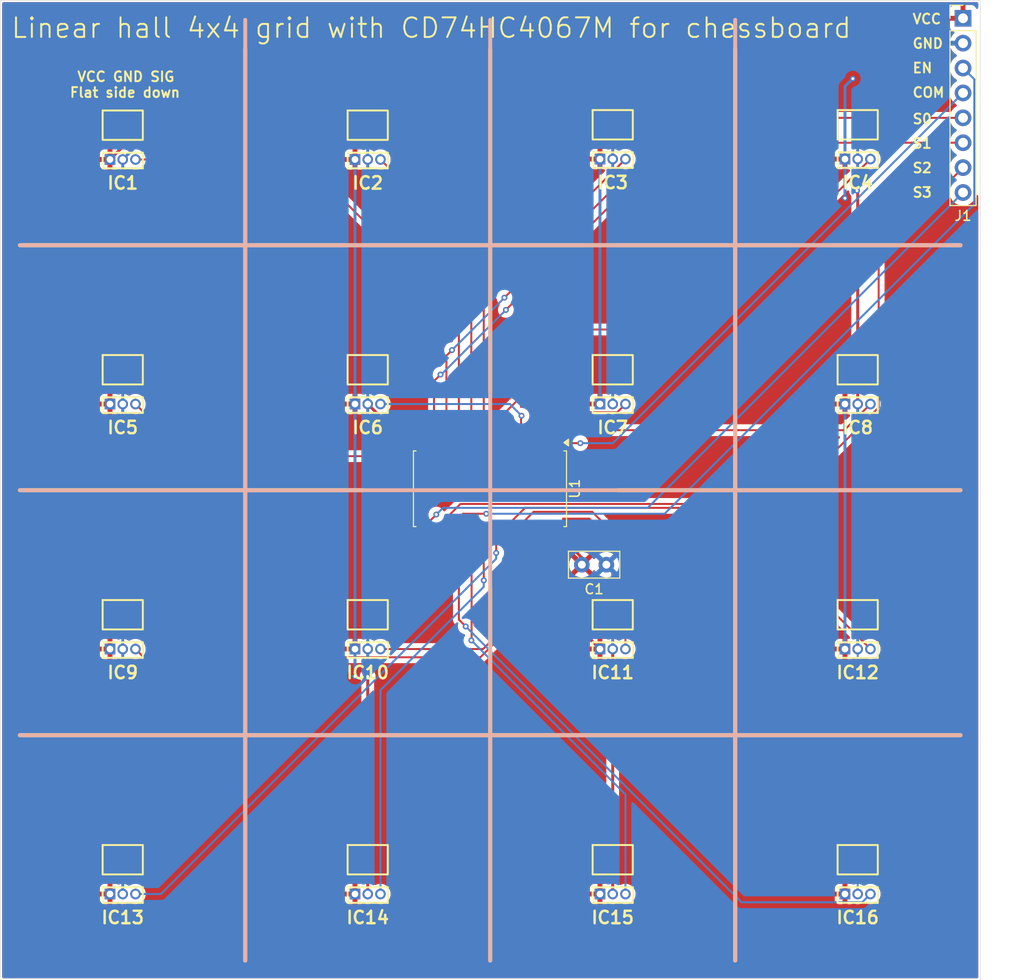
<source format=kicad_pcb>
(kicad_pcb (version 20240108) (generator "pcbnew") (generator_version "8.0")
  (title_block (title "Chessboard hardware - Sensor quarter") (rev "0") (comment 1 "This is only one quarter of the entire sensing array.") (comment 2 "An Arduino Nano is expected to handle all four sensing quarters.") (comment 3 "The quarter is 100x100mm to make it cheap, because minimum order of 5 PCBs."))
  (layers (0 "F.Cu" signal) (31 "B.Cu" signal) (34 "B.Paste" user) (35 "F.Paste" user) (36 "B.SilkS" user "B.Silkscreen") (37 "F.SilkS" user "F.Silkscreen") (38 "B.Mask" user) (39 "F.Mask" user) (44 "Edge.Cuts" user))
  (net 0 "")
  (net 1 "GND")
  (net 2 "VCC")
  (net 3 "Net-(IC1-O)")
  (net 4 "Net-(IC2-O)")
  (net 5 "Net-(IC3-O)")
  (net 6 "Net-(IC4-O)")
  (net 7 "Net-(IC5-O)")
  (net 8 "Net-(IC6-O)")
  (net 9 "Net-(IC7-O)")
  (net 10 "Net-(IC8-O)")
  (net 11 "Net-(IC9-O)")
  (net 12 "Net-(IC10-O)")
  (net 13 "Net-(IC11-O)")
  (net 14 "Net-(IC12-O)")
  (net 15 "Net-(IC13-O)")
  (net 16 "Net-(IC14-O)")
  (net 17 "Net-(IC15-O)")
  (net 18 "Net-(IC16-O)")
  (net 19 "Net-(J1-Pin_7)")
  (net 20 "Net-(J1-Pin_8)")
  (net 21 "Net-(J1-Pin_3)")
  (net 22 "Net-(J1-Pin_6)")
  (net 23 "Net-(J1-Pin_4)")
  (net 24 "Net-(J1-Pin_5)")
  (footprint "Custom SamacSys Footprints:TO130P160X410X300-3P" (layer "F.Cu") (at 87.5 91.2075)
    (property "Reference" "IC6" (at 0 2.4 0) (layer "F.SilkS") (effects (font (size 1.27 1.27) (thickness 0.254))))
    (property "Value" "SS49E" (hide yes))
    (fp_line (start -2.05 -0.69) (end -2.05 0.9) (stroke (width 0.2)) (layer "F.SilkS"))
    (fp_line (start 2.05 -0.69) (end -2.05 -0.69) (stroke (width 0.2)) (layer "F.SilkS"))
    (fp_line (start 2.05 0.9) (end -2.05 0.9) (stroke (width 0.2)) (layer "F.SilkS"))
    (fp_line (start 2.05 0.9) (end 2.05 -0.69) (stroke (width 0.2)) (layer "F.SilkS"))
    (fp_rect (start -2.05 -5) (end 2.05 -2) (stroke (width 0.2)) (fill none) (layer "F.SilkS"))
    (pad "1" thru_hole rect (at -1.3 0) (size 1.08 1.08) (drill 0.68) (layers "*.Cu" "*.Mask") (net 2 "VCC"))
    (pad "2" thru_hole circle (at 0 0) (size 1.08 1.08) (drill 0.68) (layers "*.Cu" "*.Mask") (net 1 "GND"))
    (pad "3" thru_hole circle (at 1.3 0) (size 1.08 1.08) (drill 0.68) (layers "*.Cu" "*.Mask") (net 8 "Net-(IC6-O)"))
  )
  (footprint "Custom SamacSys Footprints:TO130P160X410X300-3P" (layer "F.Cu") (at 137.5 66.2075)
    (property "Reference" "IC4" (at 0 2.4 0) (layer "F.SilkS") (effects (font (size 1.27 1.27) (thickness 0.254))))
    (property "Value" "SS49E" (hide yes))
    (fp_line (start -2.05 -0.69) (end -2.05 0.9) (stroke (width 0.2)) (layer "F.SilkS"))
    (fp_line (start 2.05 -0.69) (end -2.05 -0.69) (stroke (width 0.2)) (layer "F.SilkS"))
    (fp_line (start 2.05 0.9) (end -2.05 0.9) (stroke (width 0.2)) (layer "F.SilkS"))
    (fp_line (start 2.05 0.9) (end 2.05 -0.69) (stroke (width 0.2)) (layer "F.SilkS"))
    (fp_rect (start -2.05 -5) (end 2.05 -2) (stroke (width 0.2)) (fill none) (layer "F.SilkS"))
    (pad "1" thru_hole rect (at -1.3 0) (size 1.08 1.08) (drill 0.68) (layers "*.Cu" "*.Mask") (net 2 "VCC"))
    (pad "2" thru_hole circle (at 0 0) (size 1.08 1.08) (drill 0.68) (layers "*.Cu" "*.Mask") (net 1 "GND"))
    (pad "3" thru_hole circle (at 1.3 0) (size 1.08 1.08) (drill 0.68) (layers "*.Cu" "*.Mask") (net 6 "Net-(IC4-O)"))
  )
  (footprint "Custom SamacSys Footprints:TO130P160X410X300-3P" (layer "F.Cu") (at 112.5 116.2075)
    (property "Reference" "IC11" (at 0 2.4 0) (layer "F.SilkS") (effects (font (size 1.27 1.27) (thickness 0.254))))
    (property "Value" "SS49E" (hide yes))
    (fp_line (start -2.05 -0.69) (end -2.05 0.9) (stroke (width 0.2)) (layer "F.SilkS"))
    (fp_line (start 2.05 -0.69) (end -2.05 -0.69) (stroke (width 0.2)) (layer "F.SilkS"))
    (fp_line (start 2.05 0.9) (end -2.05 0.9) (stroke (width 0.2)) (layer "F.SilkS"))
    (fp_line (start 2.05 0.9) (end 2.05 -0.69) (stroke (width 0.2)) (layer "F.SilkS"))
    (fp_rect (start -2.05 -5) (end 2.05 -2) (stroke (width 0.2)) (fill none) (layer "F.SilkS"))
    (pad "1" thru_hole rect (at -1.3 0) (size 1.08 1.08) (drill 0.68) (layers "*.Cu" "*.Mask") (net 2 "VCC"))
    (pad "2" thru_hole circle (at 0 0) (size 1.08 1.08) (drill 0.68) (layers "*.Cu" "*.Mask") (net 1 "GND"))
    (pad "3" thru_hole circle (at 1.3 0) (size 1.08 1.08) (drill 0.68) (layers "*.Cu" "*.Mask") (net 13 "Net-(IC11-O)"))
  )
  (footprint "Custom SamacSys Footprints:TO130P160X410X300-3P" (layer "F.Cu") (at 62.5 66.25)
    (property "Reference" "IC1" (at 0 2.4 0) (layer "F.SilkS") (effects (font (size 1.27 1.27) (thickness 0.254))))
    (property "Value" "SS49E" (hide yes))
    (fp_line (start -2.05 -0.69) (end -2.05 0.9) (stroke (width 0.2)) (layer "F.SilkS"))
    (fp_line (start 2.05 -0.69) (end -2.05 -0.69) (stroke (width 0.2)) (layer "F.SilkS"))
    (fp_line (start 2.05 0.9) (end -2.05 0.9) (stroke (width 0.2)) (layer "F.SilkS"))
    (fp_line (start 2.05 0.9) (end 2.05 -0.69) (stroke (width 0.2)) (layer "F.SilkS"))
    (fp_rect (start -2.05 -5) (end 2.05 -2) (stroke (width 0.2)) (fill none) (layer "F.SilkS"))
    (pad "1" thru_hole rect (at -1.3 0) (size 1.08 1.08) (drill 0.68) (layers "*.Cu" "*.Mask") (net 2 "VCC"))
    (pad "2" thru_hole circle (at 0 0) (size 1.08 1.08) (drill 0.68) (layers "*.Cu" "*.Mask") (net 1 "GND"))
    (pad "3" thru_hole circle (at 1.3 0) (size 1.08 1.08) (drill 0.68) (layers "*.Cu" "*.Mask") (net 3 "Net-(IC1-O)"))
  )
  (footprint "Custom SamacSys Footprints:TO130P160X410X300-3P" (layer "F.Cu") (at 87.5 141.2075)
    (property "Reference" "IC14" (at 0 2.4 0) (layer "F.SilkS") (effects (font (size 1.27 1.27) (thickness 0.254))))
    (property "Value" "SS49E" (hide yes))
    (fp_line (start -2.05 -0.69) (end -2.05 0.9) (stroke (width 0.2)) (layer "F.SilkS"))
    (fp_line (start 2.05 -0.69) (end -2.05 -0.69) (stroke (width 0.2)) (layer "F.SilkS"))
    (fp_line (start 2.05 0.9) (end -2.05 0.9) (stroke (width 0.2)) (layer "F.SilkS"))
    (fp_line (start 2.05 0.9) (end 2.05 -0.69) (stroke (width 0.2)) (layer "F.SilkS"))
    (fp_rect (start -2.05 -5) (end 2.05 -2) (stroke (width 0.2)) (fill none) (layer "F.SilkS"))
    (pad "1" thru_hole rect (at -1.3 0) (size 1.08 1.08) (drill 0.68) (layers "*.Cu" "*.Mask") (net 2 "VCC"))
    (pad "2" thru_hole circle (at 0 0) (size 1.08 1.08) (drill 0.68) (layers "*.Cu" "*.Mask") (net 1 "GND"))
    (pad "3" thru_hole circle (at 1.3 0) (size 1.08 1.08) (drill 0.68) (layers "*.Cu" "*.Mask") (net 16 "Net-(IC14-O)"))
  )
  (footprint "Custom SamacSys Footprints:TO130P160X410X300-3P" (layer "F.Cu") (at 62.5 141.2075)
    (property "Reference" "IC13" (at 0 2.4 0) (layer "F.SilkS") (effects (font (size 1.27 1.27) (thickness 0.254))))
    (property "Value" "SS49E" (hide yes))
    (fp_line (start -2.05 -0.69) (end -2.05 0.9) (stroke (width 0.2)) (layer "F.SilkS"))
    (fp_line (start 2.05 -0.69) (end -2.05 -0.69) (stroke (width 0.2)) (layer "F.SilkS"))
    (fp_line (start 2.05 0.9) (end -2.05 0.9) (stroke (width 0.2)) (layer "F.SilkS"))
    (fp_line (start 2.05 0.9) (end 2.05 -0.69) (stroke (width 0.2)) (layer "F.SilkS"))
    (fp_rect (start -2.05 -5) (end 2.05 -2) (stroke (width 0.2)) (fill none) (layer "F.SilkS"))
    (pad "1" thru_hole rect (at -1.3 0) (size 1.08 1.08) (drill 0.68) (layers "*.Cu" "*.Mask") (net 2 "VCC"))
    (pad "2" thru_hole circle (at 0 0) (size 1.08 1.08) (drill 0.68) (layers "*.Cu" "*.Mask") (net 1 "GND"))
    (pad "3" thru_hole circle (at 1.3 0) (size 1.08 1.08) (drill 0.68) (layers "*.Cu" "*.Mask") (net 15 "Net-(IC13-O)"))
  )
  (footprint "Custom SamacSys Footprints:TO130P160X410X300-3P" (layer "F.Cu") (at 137.5 116.2075)
    (property "Reference" "IC12" (at 0 2.4 0) (layer "F.SilkS") (effects (font (size 1.27 1.27) (thickness 0.254))))
    (property "Value" "SS49E" (hide yes))
    (fp_line (start -2.05 -0.69) (end -2.05 0.9) (stroke (width 0.2)) (layer "F.SilkS"))
    (fp_line (start 2.05 -0.69) (end -2.05 -0.69) (stroke (width 0.2)) (layer "F.SilkS"))
    (fp_line (start 2.05 0.9) (end -2.05 0.9) (stroke (width 0.2)) (layer "F.SilkS"))
    (fp_line (start 2.05 0.9) (end 2.05 -0.69) (stroke (width 0.2)) (layer "F.SilkS"))
    (fp_rect (start -2.05 -5) (end 2.05 -2) (stroke (width 0.2)) (fill none) (layer "F.SilkS"))
    (pad "1" thru_hole rect (at -1.3 0) (size 1.08 1.08) (drill 0.68) (layers "*.Cu" "*.Mask") (net 2 "VCC"))
    (pad "2" thru_hole circle (at 0 0) (size 1.08 1.08) (drill 0.68) (layers "*.Cu" "*.Mask") (net 1 "GND"))
    (pad "3" thru_hole circle (at 1.3 0) (size 1.08 1.08) (drill 0.68) (layers "*.Cu" "*.Mask") (net 14 "Net-(IC12-O)"))
  )
  (footprint "Custom SamacSys Footprints:TO130P160X410X300-3P" (layer "F.Cu") (at 112.5 66.2075)
    (property "Reference" "IC3" (at 0 2.4 0) (layer "F.SilkS") (effects (font (size 1.27 1.27) (thickness 0.254))))
    (property "Value" "SS49E" (hide yes))
    (fp_line (start -2.05 -0.69) (end -2.05 0.9) (stroke (width 0.2)) (layer "F.SilkS"))
    (fp_line (start 2.05 -0.69) (end -2.05 -0.69) (stroke (width 0.2)) (layer "F.SilkS"))
    (fp_line (start 2.05 0.9) (end -2.05 0.9) (stroke (width 0.2)) (layer "F.SilkS"))
    (fp_line (start 2.05 0.9) (end 2.05 -0.69) (stroke (width 0.2)) (layer "F.SilkS"))
    (fp_rect (start -2.05 -5) (end 2.05 -2) (stroke (width 0.2)) (fill none) (layer "F.SilkS"))
    (pad "1" thru_hole rect (at -1.3 0) (size 1.08 1.08) (drill 0.68) (layers "*.Cu" "*.Mask") (net 2 "VCC"))
    (pad "2" thru_hole circle (at 0 0) (size 1.08 1.08) (drill 0.68) (layers "*.Cu" "*.Mask") (net 1 "GND"))
    (pad "3" thru_hole circle (at 1.3 0) (size 1.08 1.08) (drill 0.68) (layers "*.Cu" "*.Mask") (net 5 "Net-(IC3-O)"))
  )
  (footprint "Custom SamacSys Footprints:TO130P160X410X300-3P" (layer "F.Cu") (at 87.5 116.2075)
    (property "Reference" "IC10" (at 0 2.4 0) (layer "F.SilkS") (effects (font (size 1.27 1.27) (thickness 0.254))))
    (property "Value" "SS49E" (hide yes))
    (fp_line (start -2.05 -0.69) (end -2.05 0.9) (stroke (width 0.2)) (layer "F.SilkS"))
    (fp_line (start 2.05 -0.69) (end -2.05 -0.69) (stroke (width 0.2)) (layer "F.SilkS"))
    (fp_line (start 2.05 0.9) (end -2.05 0.9) (stroke (width 0.2)) (layer "F.SilkS"))
    (fp_line (start 2.05 0.9) (end 2.05 -0.69) (stroke (width 0.2)) (layer "F.SilkS"))
    (fp_rect (start -2.05 -5) (end 2.05 -2) (stroke (width 0.2)) (fill none) (layer "F.SilkS"))
    (pad "1" thru_hole rect (at -1.3 0) (size 1.08 1.08) (drill 0.68) (layers "*.Cu" "*.Mask") (net 2 "VCC"))
    (pad "2" thru_hole circle (at 0 0) (size 1.08 1.08) (drill 0.68) (layers "*.Cu" "*.Mask") (net 1 "GND"))
    (pad "3" thru_hole circle (at 1.3 0) (size 1.08 1.08) (drill 0.68) (layers "*.Cu" "*.Mask") (net 12 "Net-(IC10-O)"))
  )
  (footprint "Custom SamacSys Footprints:TO130P160X410X300-3P" (layer "F.Cu") (at 87.5 66.25)
    (property "Reference" "IC2" (at 0 2.4 0) (layer "F.SilkS") (effects (font (size 1.27 1.27) (thickness 0.254))))
    (property "Value" "SS49E" (hide yes))
    (fp_line (start -2.05 -0.69) (end -2.05 0.9) (stroke (width 0.2)) (layer "F.SilkS"))
    (fp_line (start 2.05 -0.69) (end -2.05 -0.69) (stroke (width 0.2)) (layer "F.SilkS"))
    (fp_line (start 2.05 0.9) (end -2.05 0.9) (stroke (width 0.2)) (layer "F.SilkS"))
    (fp_line (start 2.05 0.9) (end 2.05 -0.69) (stroke (width 0.2)) (layer "F.SilkS"))
    (fp_rect (start -2.05 -5) (end 2.05 -2) (stroke (width 0.2)) (fill none) (layer "F.SilkS"))
    (pad "1" thru_hole rect (at -1.3 0) (size 1.08 1.08) (drill 0.68) (layers "*.Cu" "*.Mask") (net 2 "VCC"))
    (pad "2" thru_hole circle (at 0 0) (size 1.08 1.08) (drill 0.68) (layers "*.Cu" "*.Mask") (net 1 "GND"))
    (pad "3" thru_hole circle (at 1.3 0) (size 1.08 1.08) (drill 0.68) (layers "*.Cu" "*.Mask") (net 4 "Net-(IC2-O)"))
  )
  (footprint "Package_SO:SOIC-24W_7.5x15.4mm_P1.27mm" (layer "F.Cu") (at 99.975 99.85 -90)
    (property "Reference" "U1" (at 0 -8.65 90) (layer "F.SilkS") (effects (font (thickness 0.16))))
    (property "Value" "CD74HC4067M")
    (fp_line (start -3.86 7.81) (end -3.86 7.545) (stroke (width 0.12)) (layer "F.SilkS"))
    (fp_line (start 0 7.81) (end -3.86 7.81) (stroke (width 0.12)) (layer "F.SilkS"))
    (fp_line (start 0 7.81) (end 3.86 7.81) (stroke (width 0.12)) (layer "F.SilkS"))
    (fp_line (start 3.86 7.81) (end 3.86 7.545) (stroke (width 0.12)) (layer "F.SilkS"))
    (fp_line (start -3.86 -7.81) (end -3.86 -7.545) (stroke (width 0.12)) (layer "F.SilkS"))
    (fp_line (start 0 -7.81) (end -3.86 -7.81) (stroke (width 0.12)) (layer "F.SilkS"))
    (fp_line (start 0 -7.81) (end 3.86 -7.81) (stroke (width 0.12)) (layer "F.SilkS"))
    (fp_line (start 3.86 -7.81) (end 3.86 -7.545) (stroke (width 0.12)) (layer "F.SilkS"))
    (fp_poly (pts (xy -4.7125 -7.545) (xy -5.0525 -8.015) (xy -4.3725 -8.015) (xy -4.7125 -7.545)) (stroke (width 0.12)) (fill solid) (layer "F.SilkS"))
    (pad "1" smd roundrect (at -4.65 -6.985 270) (size 2.05 0.6) (layers "F.Cu" "F.Paste" "F.Mask") (net 23 "Net-(J1-Pin_4)"))
    (pad "2" smd roundrect (at -4.65 -5.715 270) (size 2.05 0.6) (layers "F.Cu" "F.Paste" "F.Mask") (net 10 "Net-(IC8-O)"))
    (pad "3" smd roundrect (at -4.65 -4.445 270) (size 2.05 0.6) (layers "F.Cu" "F.Paste" "F.Mask") (net 9 "Net-(IC7-O)"))
    (pad "4" smd roundrect (at -4.65 -3.175 270) (size 2.05 0.6) (layers "F.Cu" "F.Paste" "F.Mask") (net 8 "Net-(IC6-O)"))
    (pad "5" smd roundrect (at -4.65 -1.905 270) (size 2.05 0.6) (layers "F.Cu" "F.Paste" "F.Mask") (net 7 "Net-(IC5-O)"))
    (pad "6" smd roundrect (at -4.65 -0.635 270) (size 2.05 0.6) (layers "F.Cu" "F.Paste" "F.Mask") (net 6 "Net-(IC4-O)"))
    (pad "7" smd roundrect (at -4.65 0.635 270) (size 2.05 0.6) (layers "F.Cu" "F.Paste" "F.Mask") (net 5 "Net-(IC3-O)"))
    (pad "8" smd roundrect (at -4.65 1.905 270) (size 2.05 0.6) (layers "F.Cu" "F.Paste" "F.Mask") (net 4 "Net-(IC2-O)"))
    (pad "9" smd roundrect (at -4.65 3.175 270) (size 2.05 0.6) (layers "F.Cu" "F.Paste" "F.Mask") (net 3 "Net-(IC1-O)"))
    (pad "10" smd roundrect (at -4.65 4.445 270) (size 2.05 0.6) (layers "F.Cu" "F.Paste" "F.Mask") (net 24 "Net-(J1-Pin_5)"))
    (pad "11" smd roundrect (at -4.65 5.715 270) (size 2.05 0.6) (layers "F.Cu" "F.Paste" "F.Mask") (net 22 "Net-(J1-Pin_6)"))
    (pad "12" smd roundrect (at -4.65 6.985 270) (size 2.05 0.6) (layers "F.Cu" "F.Paste" "F.Mask") (net 1 "GND"))
    (pad "13" smd roundrect (at 4.65 6.985 270) (size 2.05 0.6) (layers "F.Cu" "F.Paste" "F.Mask") (net 20 "Net-(J1-Pin_8)"))
    (pad "14" smd roundrect (at 4.65 5.715 270) (size 2.05 0.6) (layers "F.Cu" "F.Paste" "F.Mask") (net 19 "Net-(J1-Pin_7)"))
    (pad "15" smd roundrect (at 4.65 4.445 270) (size 2.05 0.6) (layers "F.Cu" "F.Paste" "F.Mask") (net 21 "Net-(J1-Pin_3)"))
    (pad "16" smd roundrect (at 4.65 3.175 270) (size 2.05 0.6) (layers "F.Cu" "F.Paste" "F.Mask") (net 18 "Net-(IC16-O)"))
    (pad "17" smd roundrect (at 4.65 1.905 270) (size 2.05 0.6) (layers "F.Cu" "F.Paste" "F.Mask") (net 17 "Net-(IC15-O)"))
    (pad "18" smd roundrect (at 4.65 0.635 270) (size 2.05 0.6) (layers "F.Cu" "F.Paste" "F.Mask") (net 16 "Net-(IC14-O)"))
    (pad "19" smd roundrect (at 4.65 -0.635 270) (size 2.05 0.6) (layers "F.Cu" "F.Paste" "F.Mask") (net 15 "Net-(IC13-O)"))
    (pad "20" smd roundrect (at 4.65 -1.905 270) (size 2.05 0.6) (layers "F.Cu" "F.Paste" "F.Mask") (net 14 "Net-(IC12-O)"))
    (pad "21" smd roundrect (at 4.65 -3.175 270) (size 2.05 0.6) (layers "F.Cu" "F.Paste" "F.Mask") (net 13 "Net-(IC11-O)"))
    (pad "22" smd roundrect (at 4.65 -4.445 270) (size 2.05 0.6) (layers "F.Cu" "F.Paste" "F.Mask") (net 12 "Net-(IC10-O)"))
    (pad "23" smd roundrect (at 4.65 -5.715 270) (size 2.05 0.6) (layers "F.Cu" "F.Paste" "F.Mask") (net 11 "Net-(IC9-O)"))
    (pad "24" smd roundrect (at 4.65 -6.985 270) (size 2.05 0.6) (layers "F.Cu" "F.Paste" "F.Mask") (net 2 "VCC"))
  )
  (footprint "Custom SamacSys Footprints:TO130P160X410X300-3P" (layer "F.Cu") (at 137.5 141.2075)
    (property "Reference" "IC16" (at 0 2.4 0) (layer "F.SilkS") (effects (font (size 1.27 1.27) (thickness 0.254))))
    (property "Value" "SS49E" (hide yes))
    (fp_line (start -2.05 -0.69) (end -2.05 0.9) (stroke (width 0.2)) (layer "F.SilkS"))
    (fp_line (start 2.05 -0.69) (end -2.05 -0.69) (stroke (width 0.2)) (layer "F.SilkS"))
    (fp_line (start 2.05 0.9) (end -2.05 0.9) (stroke (width 0.2)) (layer "F.SilkS"))
    (fp_line (start 2.05 0.9) (end 2.05 -0.69) (stroke (width 0.2)) (layer "F.SilkS"))
    (fp_rect (start -2.05 -5) (end 2.05 -2) (stroke (width 0.2)) (fill none) (layer "F.SilkS"))
    (pad "1" thru_hole rect (at -1.3 0) (size 1.08 1.08) (drill 0.68) (layers "*.Cu" "*.Mask") (net 2 "VCC"))
    (pad "2" thru_hole circle (at 0 0) (size 1.08 1.08) (drill 0.68) (layers "*.Cu" "*.Mask") (net 1 "GND"))
    (pad "3" thru_hole circle (at 1.3 0) (size 1.08 1.08) (drill 0.68) (layers "*.Cu" "*.Mask") (net 18 "Net-(IC16-O)"))
  )
  (footprint "Connector_PinHeader_2.54mm:PinHeader_1x08_P2.54mm_Vertical" (layer "F.Cu") (at 148.25 51.84)
    (property "Reference" "J1" (at 0 20.16 0) (layer "F.SilkS") (effects (font (thickness 0.16))))
    (property "Value" "Conn_01x08_Pin")
    (fp_line (start -1.33 -1.33) (end 0 -1.33) (stroke (width 0.12)) (layer "F.SilkS"))
    (fp_line (start -1.33 0) (end -1.33 -1.33) (stroke (width 0.12)) (layer "F.SilkS"))
    (fp_line (start -1.33 1.27) (end -1.33 19.11) (stroke (width 0.12)) (layer "F.SilkS"))
    (fp_line (start -1.33 1.27) (end 1.33 1.27) (stroke (width 0.12)) (layer "F.SilkS"))
    (fp_line (start -1.33 19.11) (end 1.33 19.11) (stroke (width 0.12)) (layer "F.SilkS"))
    (fp_line (start 1.33 1.27) (end 1.33 19.11) (stroke (width 0.12)) (layer "F.SilkS"))
    (pad "1" thru_hole rect (at 0 0) (size 1.7 1.7) (drill 1) (layers "*.Cu" "*.Mask") (net 2 "VCC"))
    (pad "2" thru_hole oval (at 0 2.54) (size 1.7 1.7) (drill 1) (layers "*.Cu" "*.Mask") (net 1 "GND"))
    (pad "3" thru_hole oval (at 0 5.08) (size 1.7 1.7) (drill 1) (layers "*.Cu" "*.Mask") (net 21 "Net-(J1-Pin_3)"))
    (pad "4" thru_hole oval (at 0 7.62) (size 1.7 1.7) (drill 1) (layers "*.Cu" "*.Mask") (net 23 "Net-(J1-Pin_4)"))
    (pad "5" thru_hole oval (at 0 10.16) (size 1.7 1.7) (drill 1) (layers "*.Cu" "*.Mask") (net 24 "Net-(J1-Pin_5)"))
    (pad "6" thru_hole oval (at 0 12.7) (size 1.7 1.7) (drill 1) (layers "*.Cu" "*.Mask") (net 22 "Net-(J1-Pin_6)"))
    (pad "7" thru_hole oval (at 0 15.24) (size 1.7 1.7) (drill 1) (layers "*.Cu" "*.Mask") (net 19 "Net-(J1-Pin_7)"))
    (pad "8" thru_hole oval (at 0 17.78) (size 1.7 1.7) (drill 1) (layers "*.Cu" "*.Mask") (net 20 "Net-(J1-Pin_8)"))
  )
  (footprint "Capacitor_THT:C_Disc_D5.0mm_W2.5mm_P2.50mm" (layer "F.Cu") (at 111.85 107.6 180)
    (property "Reference" "C1" (at 1.25 -2.5 0) (layer "F.SilkS") (effects (font (thickness 0.16))))
    (property "Value" "100nf")
    (fp_line (start 3.87 -1.37) (end 3.87 1.37) (stroke (width 0.12)) (layer "F.SilkS"))
    (fp_line (start -1.37 1.37) (end 3.87 1.37) (stroke (width 0.12)) (layer "F.SilkS"))
    (fp_line (start -1.37 -1.37) (end 3.87 -1.37) (stroke (width 0.12)) (layer "F.SilkS"))
    (fp_line (start -1.37 -1.37) (end -1.37 1.37) (stroke (width 0.12)) (layer "F.SilkS"))
    (pad "1" thru_hole circle (at 0 0 180) (size 1.6 1.6) (drill 0.8) (layers "*.Cu" "*.Mask") (net 1 "GND"))
    (pad "2" thru_hole circle (at 2.5 0 180) (size 1.6 1.6) (drill 0.8) (layers "*.Cu" "*.Mask") (net 2 "VCC"))
  )
  (footprint "Custom SamacSys Footprints:TO130P160X410X300-3P" (layer "F.Cu") (at 62.5 91.2075)
    (property "Reference" "IC5" (at 0 2.4 0) (layer "F.SilkS") (effects (font (size 1.27 1.27) (thickness 0.254))))
    (property "Value" "SS49E" (hide yes))
    (fp_line (start -2.05 -0.69) (end -2.05 0.9) (stroke (width 0.2)) (layer "F.SilkS"))
    (fp_line (start 2.05 -0.69) (end -2.05 -0.69) (stroke (width 0.2)) (layer "F.SilkS"))
    (fp_line (start 2.05 0.9) (end -2.05 0.9) (stroke (width 0.2)) (layer "F.SilkS"))
    (fp_line (start 2.05 0.9) (end 2.05 -0.69) (stroke (width 0.2)) (layer "F.SilkS"))
    (fp_rect (start -2.05 -5) (end 2.05 -2) (stroke (width 0.2)) (fill none) (layer "F.SilkS"))
    (pad "1" thru_hole rect (at -1.3 0) (size 1.08 1.08) (drill 0.68) (layers "*.Cu" "*.Mask") (net 2 "VCC"))
    (pad "2" thru_hole circle (at 0 0) (size 1.08 1.08) (drill 0.68) (layers "*.Cu" "*.Mask") (net 1 "GND"))
    (pad "3" thru_hole circle (at 1.3 0) (size 1.08 1.08) (drill 0.68) (layers "*.Cu" "*.Mask") (net 7 "Net-(IC5-O)"))
  )
  (footprint "Custom SamacSys Footprints:TO130P160X410X300-3P" (layer "F.Cu") (at 62.5 116.2075)
    (property "Reference" "IC9" (at 0 2.4 0) (layer "F.SilkS") (effects (font (size 1.27 1.27) (thickness 0.254))))
    (property "Value" "SS49E" (hide yes))
    (fp_line (start -2.05 -0.69) (end -2.05 0.9) (stroke (width 0.2)) (layer "F.SilkS"))
    (fp_line (start 2.05 -0.69) (end -2.05 -0.69) (stroke (width 0.2)) (layer "F.SilkS"))
    (fp_line (start 2.05 0.9) (end -2.05 0.9) (stroke (width 0.2)) (layer "F.SilkS"))
    (fp_line (start 2.05 0.9) (end 2.05 -0.69) (stroke (width 0.2)) (layer "F.SilkS"))
    (fp_rect (start -2.05 -5) (end 2.05 -2) (stroke (width 0.2)) (fill none) (layer "F.SilkS"))
    (pad "1" thru_hole rect (at -1.3 0) (size 1.08 1.08) (drill 0.68) (layers "*.Cu" "*.Mask") (net 2 "VCC"))
    (pad "2" thru_hole circle (at 0 0) (size 1.08 1.08) (drill 0.68) (layers "*.Cu" "*.Mask") (net 1 "GND"))
    (pad "3" thru_hole circle (at 1.3 0) (size 1.08 1.08) (drill 0.68) (layers "*.Cu" "*.Mask") (net 11 "Net-(IC9-O)"))
  )
  (footprint "Custom SamacSys Footprints:TO130P160X410X300-3P" (layer "F.Cu") (at 112.5 141.2075)
    (property "Reference" "IC15" (at 0 2.4 0) (layer "F.SilkS") (effects (font (size 1.27 1.27) (thickness 0.254))))
    (property "Value" "SS49E" (hide yes))
    (fp_line (start -2.05 -0.69) (end -2.05 0.9) (stroke (width 0.2)) (layer "F.SilkS"))
    (fp_line (start 2.05 -0.69) (end -2.05 -0.69) (stroke (width 0.2)) (layer "F.SilkS"))
    (fp_line (start 2.05 0.9) (end -2.05 0.9) (stroke (width 0.2)) (layer "F.SilkS"))
    (fp_line (start 2.05 0.9) (end 2.05 -0.69) (stroke (width 0.2)) (layer "F.SilkS"))
    (fp_rect (start -2.05 -5) (end 2.05 -2) (stroke (width 0.2)) (fill none) (layer "F.SilkS"))
    (pad "1" thru_hole rect (at -1.3 0) (size 1.08 1.08) (drill 0.68) (layers "*.Cu" "*.Mask") (net 2 "VCC"))
    (pad "2" thru_hole circle (at 0 0) (size 1.08 1.08) (drill 0.68) (layers "*.Cu" "*.Mask") (net 1 "GND"))
    (pad "3" thru_hole circle (at 1.3 0) (size 1.08 1.08) (drill 0.68) (layers "*.Cu" "*.Mask") (net 17 "Net-(IC15-O)"))
  )
  (footprint "Custom SamacSys Footprints:TO130P160X410X300-3P" (layer "F.Cu") (at 137.5 91.2075)
    (property "Reference" "IC8" (at 0 2.4 0) (layer "F.SilkS") (effects (font (size 1.27 1.27) (thickness 0.254))))
    (property "Value" "SS49E" (hide yes))
    (fp_line (start -2.05 -0.69) (end -2.05 0.9) (stroke (width 0.2)) (layer "F.SilkS"))
    (fp_line (start 2.05 -0.69) (end -2.05 -0.69) (stroke (width 0.2)) (layer "F.SilkS"))
    (fp_line (start 2.05 0.9) (end -2.05 0.9) (stroke (width 0.2)) (layer "F.SilkS"))
    (fp_line (start 2.05 0.9) (end 2.05 -0.69) (stroke (width 0.2)) (layer "F.SilkS"))
    (fp_rect (start -2.05 -5) (end 2.05 -2) (stroke (width 0.2)) (fill none) (layer "F.SilkS"))
    (pad "1" thru_hole rect (at -1.3 0) (size 1.08 1.08) (drill 0.68) (layers "*.Cu" "*.Mask") (net 2 "VCC"))
    (pad "2" thru_hole circle (at 0 0) (size 1.08 1.08) (drill 0.68) (layers "*.Cu" "*.Mask") (net 1 "GND"))
    (pad "3" thru_hole circle (at 1.3 0) (size 1.08 1.08) (drill 0.68) (layers "*.Cu" "*.Mask") (net 10 "Net-(IC8-O)"))
  )
  (footprint "Custom SamacSys Footprints:TO130P160X410X300-3P" (layer "F.Cu") (at 112.5 91.2075)
    (property "Reference" "IC7" (at 0 2.4 0) (layer "F.SilkS") (effects (font (size 1.27 1.27) (thickness 0.254))))
    (property "Value" "SS49E" (hide yes))
    (fp_line (start -2.05 -0.69) (end -2.05 0.9) (stroke (width 0.2)) (layer "F.SilkS"))
    (fp_line (start 2.05 -0.69) (end -2.05 -0.69) (stroke (width 0.2)) (layer "F.SilkS"))
    (fp_line (start 2.05 0.9) (end -2.05 0.9) (stroke (width 0.2)) (layer "F.SilkS"))
    (fp_line (start 2.05 0.9) (end 2.05 -0.69) (stroke (width 0.2)) (layer "F.SilkS"))
    (fp_rect (start -2.05 -5) (end 2.05 -2) (stroke (width 0.2)) (fill none) (layer "F.SilkS"))
    (pad "1" thru_hole rect (at -1.3 0) (size 1.08 1.08) (drill 0.68) (layers "*.Cu" "*.Mask") (net 2 "VCC"))
    (pad "2" thru_hole circle (at 0 0) (size 1.08 1.08) (drill 0.68) (layers "*.Cu" "*.Mask") (net 1 "GND"))
    (pad "3" thru_hole circle (at 1.3 0) (size 1.08 1.08) (drill 0.68) (layers "*.Cu" "*.Mask") (net 9 "Net-(IC7-O)"))
  )
  (gr_line (start 52 125) (end 148 125) (stroke (width 0.4)) (layer "B.SilkS"))
  (gr_line (start 125 52) (end 125 148) (stroke (width 0.4)) (layer "B.SilkS"))
  (gr_line (start 52 100) (end 148 100) (stroke (width 0.4)) (layer "B.SilkS"))
  (gr_line (start 100 148) (end 100 52) (stroke (width 0.4)) (layer "B.SilkS"))
  (gr_line (start 52 75) (end 148 75) (stroke (width 0.4)) (layer "B.SilkS"))
  (gr_line (start 75 52) (end 75 148) (stroke (width 0.4)) (layer "B.SilkS"))
  (gr_line (start 100 55) (end 100 90) (stroke (width 0.4)) (layer "F.SilkS"))
  (gr_line (start 52 75) (end 148 75) (stroke (width 0.4)) (layer "F.SilkS"))
  (gr_line (start 52 100) (end 87 100) (stroke (width 0.4)) (layer "F.SilkS"))
  (gr_line (start 113 100) (end 148 100) (stroke (width 0.4)) (layer "F.SilkS"))
  (gr_line (start 100 110) (end 100 148) (stroke (width 0.4)) (layer "F.SilkS"))
  (gr_line (start 52 125) (end 148 125) (stroke (width 0.4)) (layer "F.SilkS"))
  (gr_line (start 125 55) (end 125 148) (stroke (width 0.4)) (layer "F.SilkS"))
  (gr_line (start 75 55) (end 75 148) (stroke (width 0.4)) (layer "F.SilkS"))
  (gr_rect (start 50 50) (end 150 150) (stroke (width 0.05)) (fill none) (layer "Edge.Cuts"))
  (gr_text "S2" (at 143 67.7 0) (layer "F.SilkS") (effects (font (size 1 1) (thickness 0.2) (bold yes)) (justify left bottom)))
  (gr_text "Linear hall 4x4 grid with CD74HC4067M for chessboard" (at 51 54 0) (layer "F.SilkS") (effects (font (size 2 2) (thickness 0.2) (bold yes)) (justify left bottom)))
  (gr_text "S1" (at 143 65.2 0) (layer "F.SilkS") (effects (font (size 1 1) (thickness 0.2) (bold yes)) (justify left bottom)))
  (gr_text " VCC GND SIG\nFlat side down" (at 57 60 0) (layer "F.SilkS") (effects (font (size 1 1) (thickness 0.2)) (justify left bottom)))
  (gr_text "GND" (at 143 55 0) (layer "F.SilkS") (effects (font (size 1 1) (thickness 0.2) (bold yes)) (justify left bottom)))
  (gr_text "COM" (at 143 60 0) (layer "F.SilkS") (effects (font (size 1 1) (thickness 0.2) (bold yes)) (justify left bottom)))
  (gr_text "EN" (at 143 57.5 0) (layer "F.SilkS") (effects (font (size 1 1) (thickness 0.2) (bold yes)) (justify left bottom)))
  (gr_text "S0" (at 143 62.7 0) (layer "F.SilkS") (effects (font (size 1 1) (thickness 0.2) (bold yes)) (justify left bottom)))
  (gr_text "VCC" (at 143 52.5 0) (layer "F.SilkS") (effects (font (size 1 1) (thickness 0.2) (bold yes)) (justify left bottom)))
  (gr_text "S3" (at 143 70.2 0) (layer "F.SilkS") (effects (font (size 1 1) (thickness 0.2) (bold yes)) (justify left bottom)))
  (segment (start 91.4925 95.2) (end 87.5 91.2075) (width 0.3) (layer "F.Cu") (net 1))
  (segment (start 137.5 69.5) (end 137.5 91.2075) (width 0.3) (layer "F.Cu") (net 1))
  (segment (start 112.5 116.2075) (end 112.5 141.2075) (width 0.3) (layer "F.Cu") (net 1))
  (segment (start 87.5 119) (end 87.5 141.2075) (width 0.3) (layer "F.Cu") (net 1))
  (segment (start 137.430735 69.430735) (end 137.5 69.5) (width 0.3) (layer "F.Cu") (net 1))
  (segment (start 92.99 95.2) (end 91.4925 95.2) (width 0.3) (layer "F.Cu") (net 1))
  (via (at 137.430735 69.430735) (size 0.6) (drill 0.3) (layers "F.Cu" "B.Cu") (net 1))
  (via (at 87.5 119) (size 0.6) (drill 0.3) (layers "F.Cu" "B.Cu") (net 1))
  (segment (start 137.430735 69.430735) (end 137.5 69.36147) (width 0.3) (layer "B.Cu") (net 1))
  (segment (start 137.5 66.2075) (end 137.5 58.88) (width 0.3) (layer "B.Cu") (net 1))
  (segment (start 112.5 66.2075) (end 112.5 58.88) (width 0.3) (layer "B.Cu") (net 1))
  (segment (start 111.85 107.6) (end 112.5 108.25) (width 0.3) (layer "B.Cu") (net 1))
  (segment (start 117 54.38) (end 92 54.38) (width 0.3) (layer "B.Cu") (net 1))
  (segment (start 74.37 54.38) (end 62.5 66.25) (width 0.3) (layer "B.Cu") (net 1))
  (segment (start 87.5 91.2075) (end 87.5 116.2075) (width 0.3) (layer "B.Cu") (net 1))
  (segment (start 112.5 58.88) (end 117 54.38) (width 0.3) (layer "B.Cu") (net 1))
  (segment (start 137.5 58.88) (end 142 54.38) (width 0.3) (layer "B.Cu") (net 1))
  (segment (start 62.5 91.2075) (end 62.5 66.25) (width 0.3) (layer "B.Cu") (net 1))
  (segment (start 87.5 66.25) (end 87.5 91.2075) (width 0.3) (layer "B.Cu") (net 1))
  (segment (start 92 54.38) (end 74.37 54.38) (width 0.3) (layer "B.Cu") (net 1))
  (segment (start 62.5 141.2075) (end 62.5 116.2075) (width 0.3) (layer "B.Cu") (net 1))
  (segment (start 142 54.38) (end 117 54.38) (width 0.3) (layer "B.Cu") (net 1))
  (segment (start 148.25 54.38) (end 142 54.38) (width 0.3) (layer "B.Cu") (net 1))
  (segment (start 62.5 116.2075) (end 62.5 91.2075) (width 0.3) (layer "B.Cu") (net 1))
  (segment (start 87.5 119) (end 87.5 116.2075) (width 0.3) (layer "B.Cu") (net 1))
  (segment (start 137.5 141.2075) (end 137.5 116.2075) (width 0.2) (layer "B.Cu") (net 1))
  (segment (start 112.5 108.25) (end 112.5 116.2075) (width 0.3) (layer "B.Cu") (net 1))
  (segment (start 137.5 91.2075) (end 137.5 116.2075) (width 0.3) (layer "B.Cu") (net 1))
  (segment (start 112.5 91.2075) (end 112.5 66.2075) (width 0.3) (layer "B.Cu") (net 1))
  (segment (start 87.5 58.88) (end 92 54.38) (width 0.3) (layer "B.Cu") (net 1))
  (segment (start 87.5 66.25) (end 87.5 58.88) (width 0.3) (layer "B.Cu") (net 1))
  (segment (start 137.5 69.36147) (end 137.5 66.2075) (width 0.3) (layer "B.Cu") (net 1))
  (segment (start 106.96 111.9675) (end 111.2 116.2075) (width 0.3) (layer "F.Cu") (net 2))
  (segment (start 136.2 70.2) (end 136.2 91.2075) (width 0.3) (layer "F.Cu") (net 2))
  (segment (start 137 58) (end 143 52) (width 0.3) (layer "F.Cu") (net 2))
  (segment (start 111.2 141.2075) (end 111.2 116.2075) (width 0.3) (layer "F.Cu") (net 2))
  (segment (start 143 51.84) (end 148.25 51.84) (width 0.3) (layer "F.Cu") (net 2))
  (segment (start 136.2 141.2075) (end 136.2 116.2075) (width 0.3) (layer "F.Cu") (net 2))
  (segment (start 86.2 119) (end 86.2 141.2075) (width 0.3) (layer "F.Cu") (net 2))
  (segment (start 93 51.84) (end 118 51.84) (width 0.3) (layer "F.Cu") (net 2))
  (segment (start 106.96 104.5) (end 106.96 111.9675) (width 0.3) (layer "F.Cu") (net 2))
  (segment (start 109.35 106.89) (end 109.35 107.6) (width 0.3) (layer "F.Cu") (net 2))
  (segment (start 61.2 91.2075) (end 61.2 116.2075) (width 0.3) (layer "F.Cu") (net 2))
  (segment (start 111.2 66.2075) (end 111.2 58.64) (width 0.3) (layer "F.Cu") (net 2))
  (segment (start 86.2 58.64) (end 93 51.84) (width 0.3) (layer "F.Cu") (net 2))
  (segment (start 118 51.84) (end 143 51.84) (width 0.3) (layer "F.Cu") (net 2))
  (segment (start 106.96 104.5) (end 109.35 106.89) (width 0.3) (layer "F.Cu") (net 2))
  (segment (start 86.2 66.25) (end 86.2 58.64) (width 0.3) (layer "F.Cu") (net 2))
  (segment (start 61.2 66.25) (end 61.2 91.2075) (width 0.3) (layer "F.Cu") (net 2))
  (segment (start 93 51.84) (end 75.61 51.84) (width 0.3) (layer "F.Cu") (net 2))
  (segment (start 61.2 116.2075) (end 61.2 141.2075) (width 0.3) (layer "F.Cu") (net 2))
  (segment (start 111.2 58.64) (end 118 51.84) (width 0.3) (layer "F.Cu") (net 2))
  (segment (start 143 52) (end 143 51.84) (width 0.3) (layer "F.Cu") (net 2))
  (segment (start 75.61 51.84) (end 61.2 66.25) (width 0.3) (layer "F.Cu") (net 2))
  (via (at 86.2 119) (size 0.6) (drill 0.3) (layers "F.Cu" "B.Cu") (net 2))
  (via (at 137 58) (size 0.6) (drill 0.3) (layers "F.Cu" "B.Cu") (net 2))
  (via (at 136.2 70.2) (size 0.6) (drill 0.3) (layers "F.Cu" "B.Cu") (net 2))
  (segment (start 136.2 116.2075) (end 136.2 91.2075) (width 0.3) (layer "B.Cu") (net 2))
  (segment (start 86.2 91.2075) (end 86.2 116.2075) (width 0.3) (layer "B.Cu") (net 2))
  (segment (start 136.2 58.8) (end 137 58) (width 0.3) (layer "B.Cu") (net 2))
  (segment (start 86.2 66.25) (end 86.2 91.2075) (width 0.3) (layer "B.Cu") (net 2))
  (segment (start 136.2 70.2) (end 136.2 66.2075) (width 0.3) (layer "B.Cu") (net 2))
  (segment (start 111.2 66.2075) (end 111.2 91.2075) (width 0.3) (layer "B.Cu") (net 2))
  (segment (start 136.2 66.2075) (end 136.2 58.8) (width 0.3) (layer "B.Cu") (net 2))
  (segment (start 86.2 119) (end 86.2 116.2075) (width 0.3) (layer "B.Cu") (net 2))
  (segment (start 96.8 95.2) (end 96.8 82.2) (width 0.2) (layer "F.Cu") (net 3))
  (segment (start 80.85 66.25) (end 96.8 82.2) (width 0.2) (layer "F.Cu") (net 3))
  (segment (start 63.8 66.25) (end 80.85 66.25) (width 0.2) (layer "F.Cu") (net 3))
  (segment (start 98.07 75.52) (end 98.07 95.2) (width 0.2) (layer "F.Cu") (net 4))
  (segment (start 88.8 66.25) (end 98.07 75.52) (width 0.2) (layer "F.Cu") (net 4))
  (segment (start 99.34 80.6675) (end 99.34 95.2) (width 0.2) (layer "F.Cu") (net 5))
  (segment (start 113.8 66.2075) (end 99.34 80.6675) (width 0.2) (layer "F.Cu") (net 5))
  (segment (start 100.61 92.99) (end 100.61 95.2) (width 0.2) (layer "F.Cu") (net 6))
  (segment (start 110 83.6) (end 100.61 92.99) (width 0.2) (layer "F.Cu") (net 6))
  (segment (start 138.8 66.2075) (end 121.4075 83.6) (width 0.2) (layer "F.Cu") (net 6))
  (segment (start 121.4075 83.6) (end 110 83.6) (width 0.2) (layer "F.Cu") (net 6))
  (segment (start 101.88 95.595552) (end 101.88 95.2) (width 0.2) (layer "F.Cu") (net 7))
  (segment (start 100.950552 96.525) (end 101.88 95.595552) (width 0.2) (layer "F.Cu") (net 7))
  (segment (start 69.1175 96.525) (end 100.950552 96.525) (width 0.2) (layer "F.Cu") (net 7))
  (segment (start 63.8 91.2075) (end 69.1175 96.525) (width 0.2) (layer "F.Cu") (net 7))
  (segment (start 103.2 92.4) (end 103.15 92.45) (width 0.2) (layer "F.Cu") (net 8))
  (segment (start 103.15 92.45) (end 103.15 95.2) (width 0.2) (layer "F.Cu") (net 8))
  (via (at 103.2 92.4) (size 0.6) (drill 0.3) (layers "F.Cu" "B.Cu") (net 8))
  (segment (start 102.0075 91.2075) (end 103.2 92.4) (width 0.2) (layer "B.Cu") (net 8))
  (segment (start 88.8 91.2075) (end 102.0075 91.2075) (width 0.2) (layer "B.Cu") (net 8))
  (segment (start 106.7525 92.0475) (end 104.42 94.38) (width 0.2) (layer "F.Cu") (net 9))
  (segment (start 104.42 94.38) (end 104.42 95.2) (width 0.2) (layer "F.Cu") (net 9))
  (segment (start 112.96 92.0475) (end 106.7525 92.0475) (width 0.2) (layer "F.Cu") (net 9))
  (segment (start 113.8 91.2075) (end 112.96 92.0475) (width 0.2) (layer "F.Cu") (net 9))
  (segment (start 136.1325 93.875) (end 106.125 93.875) (width 0.2) (layer "F.Cu") (net 10))
  (segment (start 106.125 93.875) (end 105.69 94.31) (width 0.2) (layer "F.Cu") (net 10))
  (segment (start 138.8 91.2075) (end 136.1325 93.875) (width 0.2) (layer "F.Cu") (net 10))
  (segment (start 105.69 94.31) (end 105.69 95.2) (width 0.2) (layer "F.Cu") (net 10))
  (segment (start 105.69 110.353968) (end 105.69 104.5) (width 0.2) (layer "F.Cu") (net 11))
  (segment (start 63.8 116.2075) (end 64.64 117.0475) (width 0.2) (layer "F.Cu") (net 11))
  (segment (start 98.996468 117.0475) (end 105.69 110.353968) (width 0.2) (layer "F.Cu") (net 11))
  (segment (start 64.64 117.0475) (end 98.996468 117.0475) (width 0.2) (layer "F.Cu") (net 11))
  (segment (start 88.8 116.2075) (end 99.270782 116.2075) (width 0.2) (layer "F.Cu") (net 12))
  (segment (start 104.42 111.058282) (end 104.42 104.5) (width 0.2) (layer "F.Cu") (net 12))
  (segment (start 99.270782 116.2075) (end 104.42 111.058282) (width 0.2) (layer "F.Cu") (net 12))
  (segment (start 113.8 116.2075) (end 113.8 105.6) (width 0.2) (layer "F.Cu") (net 13))
  (segment (start 113.8 105.6) (end 110.4 102.2) (width 0.2) (layer "F.Cu") (net 13))
  (segment (start 104.425001 102.2) (end 103.15 103.475001) (width 0.2) (layer "F.Cu") (net 13))
  (segment (start 110.4 102.2) (end 104.425001 102.2) (width 0.2) (layer "F.Cu") (net 13))
  (segment (start 103.15 103.475001) (end 103.15 104.5) (width 0.2) (layer "F.Cu") (net 13))
  (segment (start 101.88 103.475001) (end 101.88 104.5) (width 0.2) (layer "F.Cu") (net 14))
  (segment (start 138.8 116.2075) (end 124.3925 101.8) (width 0.2) (layer "F.Cu") (net 14))
  (segment (start 124.3925 101.8) (end 103.555001 101.8) (width 0.2) (layer "F.Cu") (net 14))
  (segment (start 103.555001 101.8) (end 101.88 103.475001) (width 0.2) (layer "F.Cu") (net 14))
  (segment (start 100.61 106.4) (end 100.61 104.5) (width 0.2) (layer "F.Cu") (net 15))
  (via (at 100.61 106.4) (size 0.6) (drill 0.3) (layers "F.Cu" "B.Cu") (net 15))
  (segment (start 100.61 106.4) (end 100.61 106.99) (width 0.2) (layer "B.Cu") (net 15))
  (segment (start 66.3925 141.2075) (end 63.8 141.2075) (width 0.2) (layer "B.Cu") (net 15))
  (segment (start 100.61 106.99) (end 66.3925 141.2075) (width 0.2) (layer "B.Cu") (net 15))
  (segment (start 99.34 109.2) (end 99.34 104.5) (width 0.2) (layer "F.Cu") (net 16))
  (via (at 99.34 109.2) (size 0.6) (drill 0.3) (layers "F.Cu" "B.Cu") (net 16))
  (segment (start 99.34 109.86) (end 88.8 120.4) (width 0.2) (layer "B.Cu") (net 16))
  (segment (start 99.34 109.2) (end 99.34 109.86) (width 0.2) (layer "B.Cu") (net 16))
  (segment (start 88.8 120.4) (end 88.8 141.2075) (width 0.2) (layer "B.Cu") (net 16))
  (segment (start 98.1 115.3) (end 98.075735 115.324265) (width 0.2) (layer "F.Cu") (net 17))
  (segment (start 98.07 104.5) (end 98.1 104.53) (width 0.2) (layer "F.Cu") (net 17))
  (segment (start 98.1 104.53) (end 98.1 115.3) (width 0.2) (layer "F.Cu") (net 17))
  (via (at 98.075735 115.324265) (size 0.6) (drill 0.3) (layers "F.Cu" "B.Cu") (net 17))
  (segment (start 98.075735 115.324265) (end 113.8 131.04853) (width 0.2) (layer "B.Cu") (net 17))
  (segment (start 113.8 131.04853) (end 113.8 141.2075) (width 0.2) (layer "B.Cu") (net 17))
  (segment (start 96.8 113.2) (end 96.8 104.5) (width 0.2) (layer "F.Cu") (net 18))
  (segment (start 97.5 113.9) (end 96.8 113.2) (width 0.2) (layer "F.Cu") (net 18))
  (via (at 97.5 113.9) (size 0.6) (drill 0.3) (layers "F.Cu" "B.Cu") (net 18))
  (segment (start 137.96 142.0475) (end 138.8 141.2075) (width 0.2) (layer "B.Cu") (net 18))
  (segment (start 125.6475 142.0475) (end 137.96 142.0475) (width 0.2) (layer "B.Cu") (net 18))
  (segment (start 97.5 113.9) (end 125.6475 142.0475) (width 0.2) (layer "B.Cu") (net 18))
  (segment (start 94.26 104.104448) (end 94.26 104.5) (width 0.2) (layer "F.Cu") (net 19))
  (segment (start 96.964448 101.4) (end 94.26 104.104448) (width 0.2) (layer "F.Cu") (net 19))
  (segment (start 139.64 91.55544) (end 129.79544 101.4) (width 0.2) (layer "F.Cu") (net 19))
  (segment (start 148.25 67.08) (end 139.64 75.69) (width 0.2) (layer "F.Cu") (net 19))
  (segment (start 129.79544 101.4) (end 96.964448 101.4) (width 0.2) (layer "F.Cu") (net 19))
  (segment (start 139.64 75.69) (end 139.64 91.55544) (width 0.2) (layer "F.Cu") (net 19))
  (segment (start 92.99 103.992679) (end 92.99 104.5) (width 0.2) (layer "F.Cu") (net 20))
  (segment (start 94.499084 102.483595) (end 92.99 103.992679) (width 0.2) (layer "F.Cu") (net 20))
  (via (at 94.499084 102.483595) (size 0.6) (drill 0.3) (layers "F.Cu" "B.Cu") (net 20))
  (segment (start 116.07 101.8) (end 148.25 69.62) (width 0.2) (layer "B.Cu") (net 20))
  (segment (start 94.499084 102.483595) (end 95.182679 101.8) (width 0.2) (layer "B.Cu") (net 20))
  (segment (start 95.182679 101.8) (end 116.07 101.8) (width 0.2) (layer "B.Cu") (net 20))
  (segment (start 97.234448 102.4) (end 95.53 104.104448) (width 0.2) (layer "F.Cu") (net 21))
  (segment (start 99.6 102.4) (end 97.234448 102.4) (width 0.2) (layer "F.Cu") (net 21))
  (segment (start 95.53 104.104448) (end 95.53 104.5) (width 0.2) (layer "F.Cu") (net 21))
  (via (at 99.6 102.4) (size 0.6) (drill 0.3) (layers "F.Cu" "B.Cu") (net 21))
  (segment (start 117.8 102.4) (end 99.6 102.4) (width 0.2) (layer "B.Cu") (net 21))
  (segment (start 148.25 56.92) (end 149.4 58.07) (width 0.2) (layer "B.Cu") (net 21))
  (segment (start 149.4 58.07) (end 149.4 70.8) (width 0.2) (layer "B.Cu") (net 21))
  (segment (start 149.4 70.8) (end 117.8 102.4) (width 0.2) (layer "B.Cu") (net 21))
  (segment (start 118.66 64.54) (end 148.25 64.54) (width 0.2) (layer "F.Cu") (net 22))
  (segment (start 94.93 88.2) (end 94.26 88.87) (width 0.2) (layer "F.Cu") (net 22))
  (segment (start 101.6 81.6) (end 118.66 64.54) (width 0.2) (layer "F.Cu") (net 22))
  (segment (start 94.26 88.87) (end 94.26 95.2) (width 0.2) (layer "F.Cu") (net 22))
  (via (at 94.93 88.2) (size 0.6) (drill 0.3) (layers "F.Cu" "B.Cu") (net 22))
  (via (at 101.6 81.6) (size 0.6) (drill 0.3) (layers "F.Cu" "B.Cu") (net 22))
  (segment (start 95 88.2) (end 94.93 88.2) (width 0.2) (layer "B.Cu") (net 22))
  (segment (start 101.6 81.6) (end 95 88.2) (width 0.2) (layer "B.Cu") (net 22))
  (segment (start 109.2 95.2) (end 106.96 95.2) (width 0.2) (layer "F.Cu") (net 23))
  (via (at 109.2 95.2) (size 0.6) (drill 0.3) (layers "F.Cu" "B.Cu") (net 23))
  (segment (start 148.25 59.46) (end 112.51 95.2) (width 0.2) (layer "B.Cu") (net 23))
  (segment (start 112.51 95.2) (end 109.2 95.2) (width 0.2) (layer "B.Cu") (net 23))
  (segment (start 101.45 80.35) (end 119.8 62) (width 0.2) (layer "F.Cu") (net 24))
  (segment (start 96.1 85.7) (end 95.53 86.27) (width 0.2) (layer "F.Cu") (net 24))
  (segment (start 95.53 86.27) (end 95.53 95.2) (width 0.2) (layer "F.Cu") (net 24))
  (segment (start 119.8 62) (end 148.25 62) (width 0.2) (layer "F.Cu") (net 24))
  (via (at 96.1 85.7) (size 0.6) (drill 0.3) (layers "F.Cu" "B.Cu") (net 24))
  (via (at 101.45 80.35) (size 0.6) (drill 0.3) (layers "F.Cu" "B.Cu") (net 24))
  (segment (start 96.1 85.7) (end 101.45 80.35) (width 0.2) (layer "B.Cu") (net 24))
  (zone (net 2) (net_name "VCC") (layer "F.Cu") (priority 1) (connect_pads (clearance 0.5)) (min_thickness 0.25) (fill yes (thermal_gap 0.5) (thermal_bridge_width 0.5))
    (polygon (pts (xy 50 50) (xy 150 50) (xy 150 150) (xy 50 150)))
  )
  (zone (net 1) (net_name "GND") (layer "B.Cu") (connect_pads (clearance 0.5)) (min_thickness 0.25) (fill yes (thermal_gap 0.5) (thermal_bridge_width 0.5))
    (polygon (pts (xy 50 50) (xy 150 50) (xy 150 150) (xy 50 150)))
  )
)
</source>
